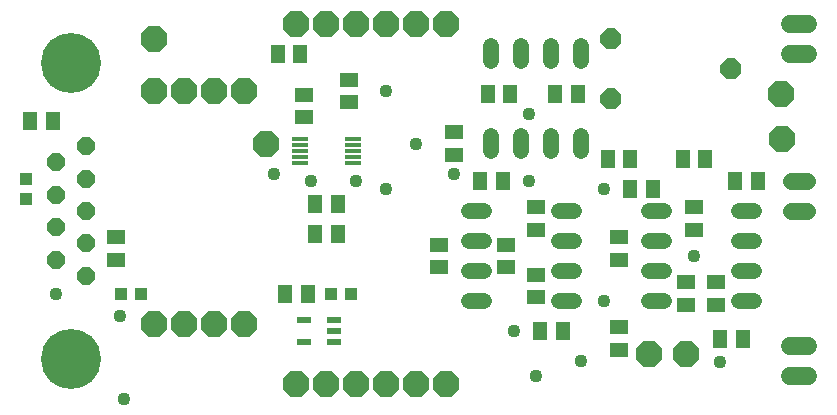
<source format=gbs>
G75*
%MOIN*%
%OFA0B0*%
%FSLAX25Y25*%
%IPPOS*%
%LPD*%
%AMOC8*
5,1,8,0,0,1.08239X$1,22.5*
%
%ADD10R,0.04724X0.02165*%
%ADD11R,0.05118X0.05906*%
%ADD12R,0.05906X0.05118*%
%ADD13R,0.05600X0.01200*%
%ADD14C,0.06000*%
%ADD15C,0.05600*%
%ADD16C,0.05200*%
%ADD17OC8,0.07000*%
%ADD18R,0.03937X0.04331*%
%ADD19OC8,0.08500*%
%ADD20OC8,0.06000*%
%ADD21C,0.20000*%
%ADD22R,0.04331X0.03937*%
%ADD23C,0.04362*%
D10*
X0149182Y0030554D03*
X0149182Y0038034D03*
X0159418Y0038034D03*
X0159418Y0034294D03*
X0159418Y0030554D03*
D11*
X0150540Y0046794D03*
X0143060Y0046794D03*
X0153060Y0066794D03*
X0160540Y0066794D03*
X0160540Y0076794D03*
X0153060Y0076794D03*
X0208060Y0084294D03*
X0215540Y0084294D03*
X0250560Y0091794D03*
X0258040Y0091794D03*
X0275560Y0091794D03*
X0283040Y0091794D03*
X0293060Y0084294D03*
X0300540Y0084294D03*
X0265540Y0081794D03*
X0258060Y0081794D03*
X0240540Y0113310D03*
X0233060Y0113310D03*
X0218040Y0113310D03*
X0210560Y0113310D03*
X0148040Y0126794D03*
X0140560Y0126794D03*
X0065540Y0104294D03*
X0058060Y0104294D03*
X0228060Y0034294D03*
X0235540Y0034294D03*
X0288060Y0031794D03*
X0295540Y0031794D03*
D12*
X0286800Y0043054D03*
X0276800Y0043054D03*
X0276800Y0050534D03*
X0286800Y0050534D03*
X0279300Y0068054D03*
X0279300Y0075534D03*
X0254300Y0065534D03*
X0254300Y0058054D03*
X0226800Y0053034D03*
X0216800Y0055554D03*
X0216800Y0063034D03*
X0226800Y0068054D03*
X0226800Y0075534D03*
X0199300Y0093054D03*
X0199300Y0100534D03*
X0164300Y0110554D03*
X0164300Y0118034D03*
X0149300Y0113034D03*
X0149300Y0105554D03*
X0086800Y0065534D03*
X0086800Y0058054D03*
X0194300Y0055554D03*
X0194300Y0063034D03*
X0226800Y0045554D03*
X0254300Y0035534D03*
X0254300Y0028054D03*
D13*
X0165600Y0090394D03*
X0165600Y0092294D03*
X0165600Y0094294D03*
X0165600Y0096294D03*
X0165600Y0098194D03*
X0148000Y0098194D03*
X0148000Y0096294D03*
X0148000Y0094294D03*
X0148000Y0092294D03*
X0148000Y0090394D03*
D14*
X0311300Y0126794D02*
X0317300Y0126794D01*
X0317300Y0136794D02*
X0311300Y0136794D01*
X0311300Y0029294D02*
X0317300Y0029294D01*
X0317300Y0019294D02*
X0311300Y0019294D01*
D15*
X0311500Y0074294D02*
X0317100Y0074294D01*
X0317100Y0084294D02*
X0311500Y0084294D01*
D16*
X0299400Y0074294D02*
X0294200Y0074294D01*
X0294200Y0064294D02*
X0299400Y0064294D01*
X0299400Y0054294D02*
X0294200Y0054294D01*
X0294200Y0044294D02*
X0299400Y0044294D01*
X0269400Y0044294D02*
X0264200Y0044294D01*
X0264200Y0054294D02*
X0269400Y0054294D01*
X0269400Y0064294D02*
X0264200Y0064294D01*
X0264200Y0074294D02*
X0269400Y0074294D01*
X0239400Y0074294D02*
X0234200Y0074294D01*
X0234200Y0064294D02*
X0239400Y0064294D01*
X0239400Y0054294D02*
X0234200Y0054294D01*
X0234200Y0044294D02*
X0239400Y0044294D01*
X0209400Y0044294D02*
X0204200Y0044294D01*
X0204200Y0054294D02*
X0209400Y0054294D01*
X0209400Y0064294D02*
X0204200Y0064294D01*
X0204200Y0074294D02*
X0209400Y0074294D01*
X0211800Y0094194D02*
X0211800Y0099394D01*
X0221800Y0099394D02*
X0221800Y0094194D01*
X0231800Y0094194D02*
X0231800Y0099394D01*
X0241800Y0099394D02*
X0241800Y0094194D01*
X0241800Y0124194D02*
X0241800Y0129394D01*
X0231800Y0129394D02*
X0231800Y0124194D01*
X0221800Y0124194D02*
X0221800Y0129394D01*
X0211800Y0129394D02*
X0211800Y0124194D01*
D17*
X0251800Y0131794D03*
X0251800Y0111794D03*
X0291800Y0121794D03*
D18*
X0165146Y0046794D03*
X0158454Y0046794D03*
X0095146Y0046794D03*
X0088454Y0046794D03*
D19*
X0099300Y0036794D03*
X0109300Y0036794D03*
X0119300Y0036794D03*
X0129300Y0036794D03*
X0146800Y0016794D03*
X0156800Y0016794D03*
X0166800Y0016794D03*
X0176800Y0016794D03*
X0186800Y0016794D03*
X0196800Y0016794D03*
X0264300Y0026794D03*
X0276800Y0026794D03*
X0308670Y0098329D03*
X0308316Y0113310D03*
X0196800Y0136794D03*
X0186800Y0136794D03*
X0176800Y0136794D03*
X0166800Y0136794D03*
X0156800Y0136794D03*
X0146800Y0136794D03*
X0129300Y0114294D03*
X0119300Y0114294D03*
X0109300Y0114294D03*
X0099300Y0114294D03*
X0099300Y0131794D03*
X0136800Y0096794D03*
D20*
X0076800Y0095894D03*
X0066800Y0090494D03*
X0076800Y0085094D03*
X0066800Y0079694D03*
X0076800Y0074294D03*
X0066800Y0068894D03*
X0076800Y0063494D03*
X0066800Y0058094D03*
X0076800Y0052694D03*
D21*
X0071800Y0024994D03*
X0071800Y0123594D03*
D22*
X0056800Y0085140D03*
X0056800Y0078447D03*
D23*
X0066800Y0046794D03*
X0088139Y0039274D03*
X0089300Y0011794D03*
X0176800Y0081794D03*
X0166800Y0084294D03*
X0151800Y0084294D03*
X0139300Y0086794D03*
X0186800Y0096794D03*
X0199300Y0086794D03*
X0224300Y0084294D03*
X0249300Y0081794D03*
X0279300Y0059294D03*
X0249300Y0044294D03*
X0219300Y0034294D03*
X0241800Y0024294D03*
X0226800Y0019294D03*
X0287942Y0023979D03*
X0224300Y0106794D03*
X0176800Y0114294D03*
M02*

</source>
